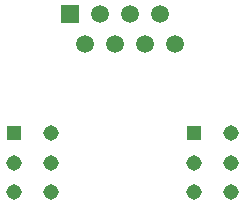
<source format=gbr>
%TF.GenerationSoftware,KiCad,Pcbnew,7.0.8*%
%TF.CreationDate,2023-11-04T19:06:47-07:00*%
%TF.ProjectId,Mini_Comp_Switch,4d696e69-5f43-46f6-9d70-5f5377697463,rev?*%
%TF.SameCoordinates,Original*%
%TF.FileFunction,Copper,L1,Top*%
%TF.FilePolarity,Positive*%
%FSLAX46Y46*%
G04 Gerber Fmt 4.6, Leading zero omitted, Abs format (unit mm)*
G04 Created by KiCad (PCBNEW 7.0.8) date 2023-11-04 19:06:47*
%MOMM*%
%LPD*%
G01*
G04 APERTURE LIST*
%TA.AperFunction,ComponentPad*%
%ADD10R,1.308000X1.308000*%
%TD*%
%TA.AperFunction,ComponentPad*%
%ADD11C,1.308000*%
%TD*%
%TA.AperFunction,ComponentPad*%
%ADD12R,1.500000X1.500000*%
%TD*%
%TA.AperFunction,ComponentPad*%
%ADD13C,1.500000*%
%TD*%
G04 APERTURE END LIST*
D10*
%TO.P,REF\u002A\u002A,1*%
%TO.N,N/C*%
X148402500Y-66040000D03*
D11*
%TO.P,REF\u002A\u002A,2*%
X148402500Y-68540000D03*
%TO.P,REF\u002A\u002A,3*%
X148402500Y-71040000D03*
%TO.P,REF\u002A\u002A,4*%
X151602500Y-71040000D03*
%TO.P,REF\u002A\u002A,5*%
X151602500Y-68540000D03*
%TO.P,REF\u002A\u002A,6*%
X151602500Y-66040000D03*
%TD*%
D10*
%TO.P,REF\u002A\u002A,1*%
%TO.N,N/C*%
X163642500Y-66040000D03*
D11*
%TO.P,REF\u002A\u002A,2*%
X163642500Y-68540000D03*
%TO.P,REF\u002A\u002A,3*%
X163642500Y-71040000D03*
%TO.P,REF\u002A\u002A,4*%
X166842500Y-71040000D03*
%TO.P,REF\u002A\u002A,5*%
X166842500Y-68540000D03*
%TO.P,REF\u002A\u002A,6*%
X166842500Y-66040000D03*
%TD*%
D12*
%TO.P,REF\u002A\u002A,1*%
%TO.N,N/C*%
X153197500Y-55900000D03*
D13*
%TO.P,REF\u002A\u002A,2*%
X154467500Y-58440000D03*
%TO.P,REF\u002A\u002A,3*%
X155737500Y-55900000D03*
%TO.P,REF\u002A\u002A,4*%
X157007500Y-58440000D03*
%TO.P,REF\u002A\u002A,5*%
X158277500Y-55900000D03*
%TO.P,REF\u002A\u002A,6*%
X159547500Y-58440000D03*
%TO.P,REF\u002A\u002A,7*%
X160817500Y-55900000D03*
%TO.P,REF\u002A\u002A,8*%
X162087500Y-58440000D03*
%TD*%
M02*

</source>
